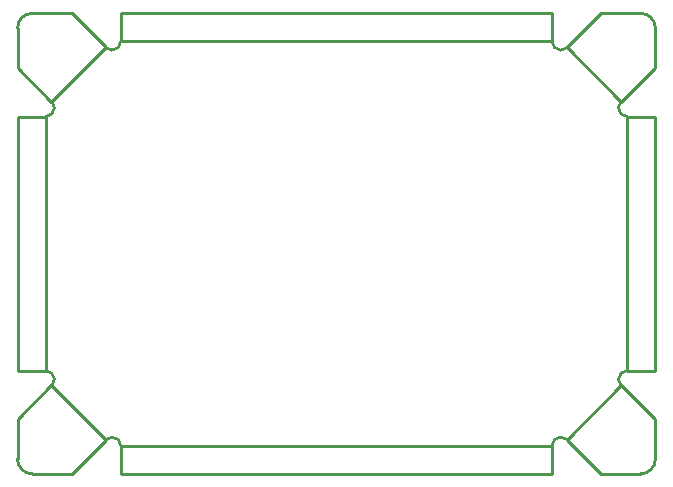
<source format=gbr>
G04 start of page 12 for group 10 idx 10 *
G04 Title: IDEF-X, Shield *
G04 Creator: pcb 1.99z *
G04 CreationDate: Mi 20 Jan 2016 16:51:45 GMT UTC *
G04 For: stephan *
G04 Format: Gerber/RS-274X *
G04 PCB-Dimensions (mil): 7874.02 3937.01 *
G04 PCB-Coordinate-Origin: lower left *
%MOIN*%
%FSLAX25Y25*%
%LNSHIELD*%
%ADD44C,0.0100*%
G54D44*X701772Y194882D02*X558071D01*
Y185531D02*X701772D01*
X558071Y194882D02*Y185531D01*
X736220Y75787D02*Y160433D01*
X726870D02*Y75787D01*
X736220D01*
X701772Y194882D02*Y185531D01*
X724902Y165354D02*X706693Y183563D01*
X718012Y194882D01*
X726870Y160433D02*X736220D01*
X718012Y194882D02*X731299D01*
X724902Y165354D02*X736220Y176673D01*
Y189961D02*Y176673D01*
X523622Y160433D02*Y75787D01*
X532972D02*Y160433D01*
X523622D02*X532972D01*
X523622Y75787D02*X532972D01*
X534941Y165354D02*X553150Y183563D01*
X541831Y194882D01*
X528543D01*
X534941Y165354D02*X523622Y176673D01*
Y189961D01*
X534941Y70866D02*X553150Y52657D01*
X541831Y41339D01*
X528543D02*X541831D01*
X534941Y70866D02*X523622Y59547D01*
Y46260D01*
X724902Y70866D02*X706693Y52657D01*
X718012Y41339D01*
X731299D01*
X724902Y70866D02*X736220Y59547D01*
Y46260D02*Y59547D01*
X558071Y41339D02*X701772D01*
Y50689D02*X558071D01*
X701772Y41339D02*Y50689D01*
X558071D02*Y41339D01*
X532972Y160433D02*G75*G03X535925Y163386I0J2953D01*G01*
G75*G03X535060Y165474I-2953J0D01*G01*
X555118Y182579D02*G75*G03X558071Y185531I0J2953D01*G01*
X555118Y182579D02*G75*G02X553030Y183444I0J2953D01*G01*
X523622Y189961D02*G75*G02X528543Y194882I4921J0D01*G01*
X532972Y75787D02*G75*G02X535925Y72835I0J-2953D01*G01*
G75*G02X535060Y70747I-2953J0D01*G01*
X555118Y53642D02*G75*G02X558071Y50689I0J-2953D01*G01*
X555118Y53642D02*G75*G03X553030Y52777I0J-2953D01*G01*
X523622Y46260D02*G75*G03X528543Y41339I4921J0D01*G01*
X726870Y160433D02*G75*G02X723917Y163386I0J2953D01*G01*
G75*G02X724782Y165474I2953J0D01*G01*
X704724Y182579D02*G75*G02X701772Y185531I0J2953D01*G01*
X704724Y182579D02*G75*G03X706812Y183444I0J2953D01*G01*
X736220Y189961D02*G75*G03X731299Y194882I-4921J0D01*G01*
X726870Y75787D02*G75*G03X723917Y72835I0J-2953D01*G01*
G75*G03X724782Y70747I2953J0D01*G01*
X704724Y53642D02*G75*G03X701772Y50689I0J-2953D01*G01*
X704724Y53642D02*G75*G02X706812Y52777I0J-2953D01*G01*
X736220Y46260D02*G75*G02X731299Y41339I-4921J0D01*G01*
M02*

</source>
